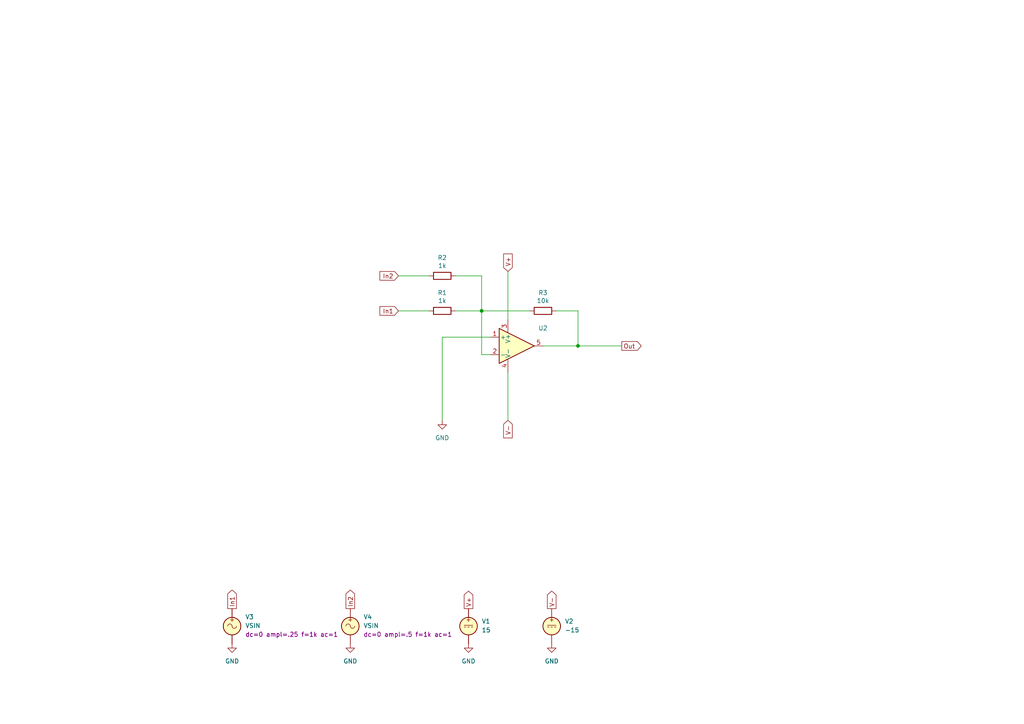
<source format=kicad_sch>
(kicad_sch (version 20250114) (generator "eeschema") (generator_version "9.0")
  (paper "A4")
  (title_block (title "OPamp adding") (date "2025-09-13") (company "GitHub/OJStuff"))
  (lib_symbols
    (symbol "Device:R" (pin_numbers (hide yes)) (pin_names (offset 0))
      (property "Reference" "R" (at 2.032 0 90))
      (property "Value" "R" (at 0 0 90))
      (symbol "R_0_1"
        (rectangle (start -1.016 -2.54) (end 1.016 2.54) (stroke (width 0.254)))
      )
      (symbol "R_1_1"
        (pin passive line (at 0 3.81 270) (length 1.27) (name "~") (number "1"))
        (pin passive line (at 0 -3.81 90) (length 1.27) (name "~") (number "2"))
      )
    )
    (symbol "OPAMP_1" (pin_names (offset 0.254))
      (property "Reference" "U" (at 3.81 3.175 0))
      (property "Value" "${SIM.PARAMS}" (at 3.81 -3.175 0))
      (symbol "OPAMP_1_0_1"
        (polyline (pts (xy 5.08 0) (xy -5.08 5.08) (xy -5.08 -5.08) (xy 5.08 0)) (stroke (width 0.254)) (fill (type background)))
      )
      (symbol "OPAMP_1_1_1"
        (pin input line (at -7.62 2.54 0) (length 2.54) (name "+") (number "1"))
        (pin input line (at -7.62 -2.54 0) (length 2.54) (name "-") (number "2"))
        (pin power_in line (at -2.54 7.62 270) (length 3.81) (name "V+") (number "3"))
        (pin power_in line (at -2.54 -7.62 90) (length 3.81) (name "V-") (number "4"))
        (pin output line (at 7.62 0 180) (length 2.54) (name "~") (number "5"))
      )
    )
    (symbol "VDC_1" (pin_numbers (hide yes)) (pin_names (offset 0.0254))
      (property "Reference" "V" (at 2.54 2.54 0))
      (property "Value" "1" (at 2.54 0 0))
      (symbol "VDC_1_0_0"
        (polyline (pts (xy -1.27 0.254) (xy 1.27 0.254)))
        (polyline (pts (xy -0.762 -0.254) (xy -1.27 -0.254)))
        (polyline (pts (xy 0.254 -0.254) (xy -0.254 -0.254)))
        (polyline (pts (xy 1.27 -0.254) (xy 0.762 -0.254)))
        (text "+" (at 0 1.905 0) (effects (font (size 1.27 1.27))))
      )
      (symbol "VDC_1_0_1"
        (circle (center 0 0) (radius 2.54) (stroke (width 0.254)) (fill (type background)))
      )
      (symbol "VDC_1_1_1"
        (pin passive line (at 0 5.08 270) (length 2.54) (name "~") (number "1"))
        (pin passive line (at 0 -5.08 90) (length 2.54) (name "~") (number "2"))
      )
    )
    (symbol "VSIN_1" (pin_numbers (hide yes)) (pin_names (offset 0.0254))
      (property "Reference" "V" (at 2.54 2.54 0))
      (property "Value" "VSIN" (at 2.54 0 0))
      (property "Sim.Params" "dc=0 ampl=1 f=1k ac=1" (at 2.54 -2.54 0))
      (symbol "VSIN_1_0_0"
        (arc (start -1.27 0) (mid -0.635 0.6323) (end 0 0))
        (arc (start 1.27 0) (mid 0.635 -0.6323) (end 0 0))
        (text "+" (at 0 1.905 0) (effects (font (size 1.27 1.27))))
      )
      (symbol "VSIN_1_0_1"
        (circle (center 0 0) (radius 2.54) (stroke (width 0.254)) (fill (type background)))
      )
      (symbol "VSIN_1_1_1"
        (pin passive line (at 0 5.08 270) (length 2.54) (name "~") (number "1"))
        (pin passive line (at 0 -5.08 90) (length 2.54) (name "~") (number "2"))
      )
    )
    (symbol "power:GND" (power) (pin_numbers (hide yes)) (pin_names (offset 0) (hide yes))
      (property "Value" "GND" (at 0 -3.81 0))
      (symbol "GND_0_1"
        (polyline (pts (xy 0 0) (xy 0 -1.27) (xy 1.27 -1.27) (xy 0 -2.54) (xy -1.27 -1.27) (xy 0 -1.27)))
      )
      (symbol "GND_1_1"
        (pin power_in line (at 0 0 270) (length 0) (name "~") (number "1"))
      )
    )
  )
  (junction (at 167.64 100.33))
  (junction (at 139.7 90.17))
  (wire (pts (xy 161.29 90.17) (xy 167.64 90.17)))
  (wire (pts (xy 147.32 121.92) (xy 147.32 107.95)))
  (wire (pts (xy 128.27 97.79) (xy 128.27 121.92)))
  (wire (pts (xy 132.08 80.01) (xy 139.7 80.01)))
  (wire (pts (xy 142.24 102.87) (xy 139.7 102.87)))
  (wire (pts (xy 139.7 90.17) (xy 153.67 90.17)))
  (wire (pts (xy 180.34 100.33) (xy 167.64 100.33)))
  (wire (pts (xy 128.27 97.79) (xy 142.24 97.79)))
  (wire (pts (xy 167.64 100.33) (xy 157.48 100.33)))
  (wire (pts (xy 147.32 78.74) (xy 147.32 92.71)))
  (wire (pts (xy 139.7 102.87) (xy 139.7 90.17)))
  (wire (pts (xy 115.57 90.17) (xy 124.46 90.17)))
  (wire (pts (xy 139.7 80.01) (xy 139.7 90.17)))
  (wire (pts (xy 167.64 90.17) (xy 167.64 100.33)))
  (wire (pts (xy 132.08 90.17) (xy 139.7 90.17)))
  (wire (pts (xy 115.57 80.01) (xy 124.46 80.01)))
  (global_label "In2" (shape input) (at 115.57 80.01 180) (property "Intersheetrefs" "${INTERSHEET_REFS}" (effects (hide yes))))
  (global_label "V-" (shape input) (at 147.32 121.92 270) (property "Intersheetrefs" "${INTERSHEET_REFS}" (effects (hide yes))))
  (global_label "V+" (shape input) (at 147.32 78.74 90) (property "Intersheetrefs" "${INTERSHEET_REFS}" (effects (hide yes))))
  (global_label "Out" (shape output) (at 180.34 100.33 0) (property "Intersheetrefs" "${INTERSHEET_REFS}" (effects (hide yes))))
  (global_label "In2" (shape output) (at 101.6 176.53 90) (property "Intersheetrefs" "${INTERSHEET_REFS}" (effects (hide yes))))
  (global_label "In1" (shape output) (at 67.31 176.53 90) (property "Intersheetrefs" "${INTERSHEET_REFS}" (effects (hide yes))))
  (global_label "V+" (shape output) (at 135.89 176.53 90) (property "Intersheetrefs" "${INTERSHEET_REFS}" (effects (hide yes))))
  (global_label "V-" (shape output) (at 160.02 176.53 90) (property "Intersheetrefs" "${INTERSHEET_REFS}" (effects (hide yes))))
  (global_label "In1" (shape input) (at 115.57 90.17 180) (property "Intersheetrefs" "${INTERSHEET_REFS}" (effects (hide yes))))
  (symbol (lib_name "VSIN_1") (lib_id "Simulation_SPICE:VSIN") (at 101.6 181.61 0) (unit 1)
    (property "Reference" "V4" (at 105.41 178.9401 0) (effects (justify left)))
    (property "Value" "VSIN" (at 105.41 181.4801 0) (effects (justify left)))
    (property "Datasheet" "https://ngspice.sourceforge.io/docs/ngspice-html-manual/manual.xhtml#sec_Independent_Sources_for" (effects (hide yes)))
    (property "Description" "Voltage source, sinusoidal" (effects (hide yes)))
    (property "Sim.Pins" "1=+ 2=-" (effects (hide yes)))
    (property "Sim.Params" "dc=0 ampl=.5 f=1k ac=1" (at 105.41 184.0201 0) (effects (justify left)))
    (property "Sim.Type" "SIN" (effects (hide yes)))
    (property "Sim.Device" "V" (effects (hide yes)))
  )
  (symbol (lib_id "power:GND") (at 67.31 186.69 0) (unit 1)
    (property "Reference" "#PWR02" (effects (hide yes)))
    (property "Value" "GND" (at 67.31 191.77 0))
    (property "Description" "Power symbol creates a global label with name \"GND\" , ground" (effects (hide yes)))
  )
  (symbol (lib_name "VDC_1") (lib_id "Simulation_SPICE:VDC") (at 160.02 181.61 0) (unit 1)
    (property "Reference" "V2" (at 163.83 180.2101 0) (effects (justify left)))
    (property "Value" "-15" (at 163.83 182.7501 0) (effects (justify left)))
    (property "Datasheet" "https://ngspice.sourceforge.io/docs/ngspice-html-manual/manual.xhtml#sec_Independent_Sources_for" (effects (hide yes)))
    (property "Description" "Voltage source, DC" (effects (hide yes)))
    (property "Sim.Pins" "1=+ 2=-" (effects (hide yes)))
    (property "Sim.Type" "DC" (effects (hide yes)))
    (property "Sim.Device" "V" (effects (hide yes)))
  )
  (symbol (lib_name "OPAMP_1") (lib_id "Simulation_SPICE:OPAMP") (at 149.86 100.33 0) (unit 1)
    (property "Reference" "U2" (at 157.48 95.1798 0))
    (property "Value" "${SIM.PARAMS}" (at 157.48 97.0849 0))
    (property "Datasheet" "https://ngspice.sourceforge.io/docs/ngspice-html-manual/manual.xhtml#sec__SUBCKT_Subcircuits" (effects (hide yes)))
    (property "Description" "Operational amplifier, single" (effects (hide yes)))
    (property "Sim.Pins" "1=in+ 2=in- 3=vcc 4=vee 5=out" (effects (hide yes)))
    (property "Sim.Device" "SUBCKT" (effects (hide yes)))
    (property "Sim.Library" "${KICAD9_SYMBOL_DIR}/Simulation_SPICE.sp" (effects (hide yes)))
    (property "Sim.Name" "kicad_builtin_opamp" (effects (hide yes)))
  )
  (symbol (lib_id "Device:R") (at 128.27 90.17 270) (unit 1)
    (property "Reference" "R1" (at 128.27 84.9122 90))
    (property "Value" "1k" (at 128.27 87.2236 90))
  )
  (symbol (lib_id "Device:R") (at 157.48 90.17 270) (unit 1)
    (property "Reference" "R3" (at 157.48 84.9122 90))
    (property "Value" "10k" (at 157.48 87.2236 90))
  )
  (symbol (lib_name "VDC_1") (lib_id "Simulation_SPICE:VDC") (at 135.89 181.61 0) (unit 1)
    (property "Reference" "V1" (at 139.7 180.2101 0) (effects (justify left)))
    (property "Value" "15" (at 139.7 182.7501 0) (effects (justify left)))
    (property "Datasheet" "https://ngspice.sourceforge.io/docs/ngspice-html-manual/manual.xhtml#sec_Independent_Sources_for" (effects (hide yes)))
    (property "Description" "Voltage source, DC" (effects (hide yes)))
    (property "Sim.Pins" "1=+ 2=-" (effects (hide yes)))
    (property "Sim.Type" "DC" (effects (hide yes)))
    (property "Sim.Device" "V" (effects (hide yes)))
  )
  (symbol (lib_id "Device:R") (at 128.27 80.01 270) (unit 1)
    (property "Reference" "R2" (at 128.27 74.7522 90))
    (property "Value" "1k" (at 128.27 77.0636 90))
  )
  (symbol (lib_id "power:GND") (at 101.6 186.69 0) (unit 1)
    (property "Reference" "#PWR03" (effects (hide yes)))
    (property "Value" "GND" (at 101.6 191.77 0))
    (property "Description" "Power symbol creates a global label with name \"GND\" , ground" (effects (hide yes)))
  )
  (symbol (lib_id "power:GND") (at 160.02 186.69 0) (unit 1)
    (property "Reference" "#PWR05" (effects (hide yes)))
    (property "Value" "GND" (at 160.02 191.77 0))
    (property "Description" "Power symbol creates a global label with name \"GND\" , ground" (effects (hide yes)))
  )
  (symbol (lib_id "power:GND") (at 135.89 186.69 0) (unit 1)
    (property "Reference" "#PWR04" (effects (hide yes)))
    (property "Value" "GND" (at 135.89 191.77 0))
    (property "Description" "Power symbol creates a global label with name \"GND\" , ground" (effects (hide yes)))
  )
  (symbol (lib_name "VSIN_1") (lib_id "Simulation_SPICE:VSIN") (at 67.31 181.61 0) (unit 1)
    (property "Reference" "V3" (at 71.12 178.9401 0) (effects (justify left)))
    (property "Value" "VSIN" (at 71.12 181.4801 0) (effects (justify left)))
    (property "Datasheet" "https://ngspice.sourceforge.io/docs/ngspice-html-manual/manual.xhtml#sec_Independent_Sources_for" (effects (hide yes)))
    (property "Description" "Voltage source, sinusoidal" (effects (hide yes)))
    (property "Sim.Pins" "1=+ 2=-" (effects (hide yes)))
    (property "Sim.Params" "dc=0 ampl=.25 f=1k ac=1" (at 71.12 184.0201 0) (effects (justify left)))
    (property "Sim.Type" "SIN" (effects (hide yes)))
    (property "Sim.Device" "V" (effects (hide yes)))
  )
  (symbol (lib_id "power:GND") (at 128.27 121.92 0) (unit 1)
    (property "Reference" "#PWR01" (effects (hide yes)))
    (property "Value" "GND" (at 128.27 127 0))
    (property "Description" "Power symbol creates a global label with name \"GND\" , ground" (effects (hide yes)))
  )
)
</source>
